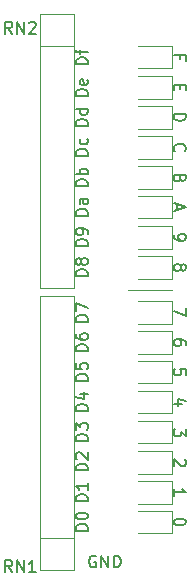
<source format=gbr>
%TF.GenerationSoftware,KiCad,Pcbnew,(5.1.9)-1*%
%TF.CreationDate,2021-02-04T07:57:01-05:00*%
%TF.ProjectId,NerdConsole_BreadBoard_BridgeMonitor16,4e657264-436f-46e7-936f-6c655f427265,rev?*%
%TF.SameCoordinates,Original*%
%TF.FileFunction,Legend,Top*%
%TF.FilePolarity,Positive*%
%FSLAX46Y46*%
G04 Gerber Fmt 4.6, Leading zero omitted, Abs format (unit mm)*
G04 Created by KiCad (PCBNEW (5.1.9)-1) date 2021-02-04 07:57:01*
%MOMM*%
%LPD*%
G01*
G04 APERTURE LIST*
%ADD10C,0.150000*%
%ADD11C,0.120000*%
G04 APERTURE END LIST*
D10*
X112988095Y-114750000D02*
X112892857Y-114702380D01*
X112750000Y-114702380D01*
X112607142Y-114750000D01*
X112511904Y-114845238D01*
X112464285Y-114940476D01*
X112416666Y-115130952D01*
X112416666Y-115273809D01*
X112464285Y-115464285D01*
X112511904Y-115559523D01*
X112607142Y-115654761D01*
X112750000Y-115702380D01*
X112845238Y-115702380D01*
X112988095Y-115654761D01*
X113035714Y-115607142D01*
X113035714Y-115273809D01*
X112845238Y-115273809D01*
X113464285Y-115702380D02*
X113464285Y-114702380D01*
X114035714Y-115702380D01*
X114035714Y-114702380D01*
X114511904Y-115702380D02*
X114511904Y-114702380D01*
X114750000Y-114702380D01*
X114892857Y-114750000D01*
X114988095Y-114845238D01*
X115035714Y-114940476D01*
X115083333Y-115130952D01*
X115083333Y-115273809D01*
X115035714Y-115464285D01*
X114988095Y-115559523D01*
X114892857Y-115654761D01*
X114750000Y-115702380D01*
X114511904Y-115702380D01*
X120121428Y-72642857D02*
X120121428Y-72309523D01*
X119597619Y-72309523D02*
X120597619Y-72309523D01*
X120597619Y-72785714D01*
X120121428Y-74835714D02*
X120121428Y-75169047D01*
X119597619Y-75311904D02*
X119597619Y-74835714D01*
X120597619Y-74835714D01*
X120597619Y-75311904D01*
X119597619Y-77338095D02*
X120597619Y-77338095D01*
X120597619Y-77576190D01*
X120550000Y-77719047D01*
X120454761Y-77814285D01*
X120359523Y-77861904D01*
X120169047Y-77909523D01*
X120026190Y-77909523D01*
X119835714Y-77861904D01*
X119740476Y-77814285D01*
X119645238Y-77719047D01*
X119597619Y-77576190D01*
X119597619Y-77338095D01*
X119692857Y-80459523D02*
X119645238Y-80411904D01*
X119597619Y-80269047D01*
X119597619Y-80173809D01*
X119645238Y-80030952D01*
X119740476Y-79935714D01*
X119835714Y-79888095D01*
X120026190Y-79840476D01*
X120169047Y-79840476D01*
X120359523Y-79888095D01*
X120454761Y-79935714D01*
X120550000Y-80030952D01*
X120597619Y-80173809D01*
X120597619Y-80269047D01*
X120550000Y-80411904D01*
X120502380Y-80459523D01*
X120121428Y-82771428D02*
X120073809Y-82914285D01*
X120026190Y-82961904D01*
X119930952Y-83009523D01*
X119788095Y-83009523D01*
X119692857Y-82961904D01*
X119645238Y-82914285D01*
X119597619Y-82819047D01*
X119597619Y-82438095D01*
X120597619Y-82438095D01*
X120597619Y-82771428D01*
X120550000Y-82866666D01*
X120502380Y-82914285D01*
X120407142Y-82961904D01*
X120311904Y-82961904D01*
X120216666Y-82914285D01*
X120169047Y-82866666D01*
X120121428Y-82771428D01*
X120121428Y-82438095D01*
X119883333Y-84961904D02*
X119883333Y-85438095D01*
X119597619Y-84866666D02*
X120597619Y-85200000D01*
X119597619Y-85533333D01*
X119597619Y-87559523D02*
X119597619Y-87750000D01*
X119645238Y-87845238D01*
X119692857Y-87892857D01*
X119835714Y-87988095D01*
X120026190Y-88035714D01*
X120407142Y-88035714D01*
X120502380Y-87988095D01*
X120550000Y-87940476D01*
X120597619Y-87845238D01*
X120597619Y-87654761D01*
X120550000Y-87559523D01*
X120502380Y-87511904D01*
X120407142Y-87464285D01*
X120169047Y-87464285D01*
X120073809Y-87511904D01*
X120026190Y-87559523D01*
X119978571Y-87654761D01*
X119978571Y-87845238D01*
X120026190Y-87940476D01*
X120073809Y-87988095D01*
X120169047Y-88035714D01*
X120169047Y-90204761D02*
X120216666Y-90109523D01*
X120264285Y-90061904D01*
X120359523Y-90014285D01*
X120407142Y-90014285D01*
X120502380Y-90061904D01*
X120550000Y-90109523D01*
X120597619Y-90204761D01*
X120597619Y-90395238D01*
X120550000Y-90490476D01*
X120502380Y-90538095D01*
X120407142Y-90585714D01*
X120359523Y-90585714D01*
X120264285Y-90538095D01*
X120216666Y-90490476D01*
X120169047Y-90395238D01*
X120169047Y-90204761D01*
X120121428Y-90109523D01*
X120073809Y-90061904D01*
X119978571Y-90014285D01*
X119788095Y-90014285D01*
X119692857Y-90061904D01*
X119645238Y-90109523D01*
X119597619Y-90204761D01*
X119597619Y-90395238D01*
X119645238Y-90490476D01*
X119692857Y-90538095D01*
X119788095Y-90585714D01*
X119978571Y-90585714D01*
X120073809Y-90538095D01*
X120121428Y-90490476D01*
X120169047Y-90395238D01*
X120597619Y-93766666D02*
X120597619Y-94433333D01*
X119597619Y-94004761D01*
X120597619Y-96840476D02*
X120597619Y-96650000D01*
X120550000Y-96554761D01*
X120502380Y-96507142D01*
X120359523Y-96411904D01*
X120169047Y-96364285D01*
X119788095Y-96364285D01*
X119692857Y-96411904D01*
X119645238Y-96459523D01*
X119597619Y-96554761D01*
X119597619Y-96745238D01*
X119645238Y-96840476D01*
X119692857Y-96888095D01*
X119788095Y-96935714D01*
X120026190Y-96935714D01*
X120121428Y-96888095D01*
X120169047Y-96840476D01*
X120216666Y-96745238D01*
X120216666Y-96554761D01*
X120169047Y-96459523D01*
X120121428Y-96411904D01*
X120026190Y-96364285D01*
X120597619Y-99388095D02*
X120597619Y-98911904D01*
X120121428Y-98864285D01*
X120169047Y-98911904D01*
X120216666Y-99007142D01*
X120216666Y-99245238D01*
X120169047Y-99340476D01*
X120121428Y-99388095D01*
X120026190Y-99435714D01*
X119788095Y-99435714D01*
X119692857Y-99388095D01*
X119645238Y-99340476D01*
X119597619Y-99245238D01*
X119597619Y-99007142D01*
X119645238Y-98911904D01*
X119692857Y-98864285D01*
X120264285Y-101890476D02*
X119597619Y-101890476D01*
X120645238Y-101652380D02*
X119930952Y-101414285D01*
X119930952Y-102033333D01*
X120597619Y-103966666D02*
X120597619Y-104585714D01*
X120216666Y-104252380D01*
X120216666Y-104395238D01*
X120169047Y-104490476D01*
X120121428Y-104538095D01*
X120026190Y-104585714D01*
X119788095Y-104585714D01*
X119692857Y-104538095D01*
X119645238Y-104490476D01*
X119597619Y-104395238D01*
X119597619Y-104109523D01*
X119645238Y-104014285D01*
X119692857Y-103966666D01*
X120502380Y-106564285D02*
X120550000Y-106611904D01*
X120597619Y-106707142D01*
X120597619Y-106945238D01*
X120550000Y-107040476D01*
X120502380Y-107088095D01*
X120407142Y-107135714D01*
X120311904Y-107135714D01*
X120169047Y-107088095D01*
X119597619Y-106516666D01*
X119597619Y-107135714D01*
X119597619Y-109635714D02*
X119597619Y-109064285D01*
X119597619Y-109350000D02*
X120597619Y-109350000D01*
X120454761Y-109254761D01*
X120359523Y-109159523D01*
X120311904Y-109064285D01*
X120597619Y-111802380D02*
X120597619Y-111897619D01*
X120550000Y-111992857D01*
X120502380Y-112040476D01*
X120407142Y-112088095D01*
X120216666Y-112135714D01*
X119978571Y-112135714D01*
X119788095Y-112088095D01*
X119692857Y-112040476D01*
X119645238Y-111992857D01*
X119597619Y-111897619D01*
X119597619Y-111802380D01*
X119645238Y-111707142D01*
X119692857Y-111659523D01*
X119788095Y-111611904D01*
X119978571Y-111564285D01*
X120216666Y-111564285D01*
X120407142Y-111611904D01*
X120502380Y-111659523D01*
X120550000Y-111707142D01*
X120597619Y-111802380D01*
D11*
X115750000Y-92250000D02*
X119400000Y-92250000D01*
%TO.C,D0*%
X119410000Y-110890000D02*
X116550000Y-110890000D01*
X119410000Y-112810000D02*
X119410000Y-110890000D01*
X116550000Y-112810000D02*
X119410000Y-112810000D01*
%TO.C,D1*%
X116550000Y-110310000D02*
X119410000Y-110310000D01*
X119410000Y-110310000D02*
X119410000Y-108390000D01*
X119410000Y-108390000D02*
X116550000Y-108390000D01*
%TO.C,D2*%
X119410000Y-105840000D02*
X116550000Y-105840000D01*
X119410000Y-107760000D02*
X119410000Y-105840000D01*
X116550000Y-107760000D02*
X119410000Y-107760000D01*
%TO.C,D3*%
X116550000Y-105210000D02*
X119410000Y-105210000D01*
X119410000Y-105210000D02*
X119410000Y-103290000D01*
X119410000Y-103290000D02*
X116550000Y-103290000D01*
%TO.C,D4*%
X119410000Y-100740000D02*
X116550000Y-100740000D01*
X119410000Y-102660000D02*
X119410000Y-100740000D01*
X116550000Y-102660000D02*
X119410000Y-102660000D01*
%TO.C,D5*%
X116550000Y-100110000D02*
X119410000Y-100110000D01*
X119410000Y-100110000D02*
X119410000Y-98190000D01*
X119410000Y-98190000D02*
X116550000Y-98190000D01*
%TO.C,D6*%
X116550000Y-97610000D02*
X119410000Y-97610000D01*
X119410000Y-97610000D02*
X119410000Y-95690000D01*
X119410000Y-95690000D02*
X116550000Y-95690000D01*
%TO.C,D7*%
X119410000Y-93140000D02*
X116550000Y-93140000D01*
X119410000Y-95060000D02*
X119410000Y-93140000D01*
X116550000Y-95060000D02*
X119410000Y-95060000D01*
%TO.C,D8*%
X116550000Y-91260000D02*
X119410000Y-91260000D01*
X119410000Y-91260000D02*
X119410000Y-89340000D01*
X119410000Y-89340000D02*
X116550000Y-89340000D01*
%TO.C,D9*%
X119410000Y-86790000D02*
X116550000Y-86790000D01*
X119410000Y-88710000D02*
X119410000Y-86790000D01*
X116550000Y-88710000D02*
X119410000Y-88710000D01*
%TO.C,Da*%
X116550000Y-86160000D02*
X119410000Y-86160000D01*
X119410000Y-86160000D02*
X119410000Y-84240000D01*
X119410000Y-84240000D02*
X116550000Y-84240000D01*
%TO.C,Db*%
X119410000Y-81740000D02*
X116550000Y-81740000D01*
X119410000Y-83660000D02*
X119410000Y-81740000D01*
X116550000Y-83660000D02*
X119410000Y-83660000D01*
%TO.C,Dc*%
X116550000Y-81110000D02*
X119410000Y-81110000D01*
X119410000Y-81110000D02*
X119410000Y-79190000D01*
X119410000Y-79190000D02*
X116550000Y-79190000D01*
%TO.C,Dd*%
X119410000Y-76640000D02*
X116550000Y-76640000D01*
X119410000Y-78560000D02*
X119410000Y-76640000D01*
X116550000Y-78560000D02*
X119410000Y-78560000D01*
%TO.C,De*%
X116550000Y-76010000D02*
X119410000Y-76010000D01*
X119410000Y-76010000D02*
X119410000Y-74090000D01*
X119410000Y-74090000D02*
X116550000Y-74090000D01*
%TO.C,Df*%
X119410000Y-71540000D02*
X116550000Y-71540000D01*
X119410000Y-73460000D02*
X119410000Y-71540000D01*
X116550000Y-73460000D02*
X119410000Y-73460000D01*
%TO.C,RN1*%
X108300000Y-115890000D02*
X111100000Y-115890000D01*
X111100000Y-115890000D02*
X111100000Y-92690000D01*
X111100000Y-92690000D02*
X108300000Y-92690000D01*
X108300000Y-92690000D02*
X108300000Y-115890000D01*
X108300000Y-113180000D02*
X111100000Y-113180000D01*
%TO.C,RN2*%
X111100000Y-71570000D02*
X108300000Y-71570000D01*
X111100000Y-92060000D02*
X111100000Y-68860000D01*
X108300000Y-92060000D02*
X111100000Y-92060000D01*
X108300000Y-68860000D02*
X108300000Y-92060000D01*
X111100000Y-68860000D02*
X108300000Y-68860000D01*
%TO.C,D0*%
D10*
X112302380Y-112588095D02*
X111302380Y-112588095D01*
X111302380Y-112350000D01*
X111350000Y-112207142D01*
X111445238Y-112111904D01*
X111540476Y-112064285D01*
X111730952Y-112016666D01*
X111873809Y-112016666D01*
X112064285Y-112064285D01*
X112159523Y-112111904D01*
X112254761Y-112207142D01*
X112302380Y-112350000D01*
X112302380Y-112588095D01*
X111302380Y-111397619D02*
X111302380Y-111302380D01*
X111350000Y-111207142D01*
X111397619Y-111159523D01*
X111492857Y-111111904D01*
X111683333Y-111064285D01*
X111921428Y-111064285D01*
X112111904Y-111111904D01*
X112207142Y-111159523D01*
X112254761Y-111207142D01*
X112302380Y-111302380D01*
X112302380Y-111397619D01*
X112254761Y-111492857D01*
X112207142Y-111540476D01*
X112111904Y-111588095D01*
X111921428Y-111635714D01*
X111683333Y-111635714D01*
X111492857Y-111588095D01*
X111397619Y-111540476D01*
X111350000Y-111492857D01*
X111302380Y-111397619D01*
%TO.C,D1*%
X112302380Y-110088095D02*
X111302380Y-110088095D01*
X111302380Y-109850000D01*
X111350000Y-109707142D01*
X111445238Y-109611904D01*
X111540476Y-109564285D01*
X111730952Y-109516666D01*
X111873809Y-109516666D01*
X112064285Y-109564285D01*
X112159523Y-109611904D01*
X112254761Y-109707142D01*
X112302380Y-109850000D01*
X112302380Y-110088095D01*
X112302380Y-108564285D02*
X112302380Y-109135714D01*
X112302380Y-108850000D02*
X111302380Y-108850000D01*
X111445238Y-108945238D01*
X111540476Y-109040476D01*
X111588095Y-109135714D01*
%TO.C,D2*%
X112302380Y-107488095D02*
X111302380Y-107488095D01*
X111302380Y-107250000D01*
X111350000Y-107107142D01*
X111445238Y-107011904D01*
X111540476Y-106964285D01*
X111730952Y-106916666D01*
X111873809Y-106916666D01*
X112064285Y-106964285D01*
X112159523Y-107011904D01*
X112254761Y-107107142D01*
X112302380Y-107250000D01*
X112302380Y-107488095D01*
X111397619Y-106535714D02*
X111350000Y-106488095D01*
X111302380Y-106392857D01*
X111302380Y-106154761D01*
X111350000Y-106059523D01*
X111397619Y-106011904D01*
X111492857Y-105964285D01*
X111588095Y-105964285D01*
X111730952Y-106011904D01*
X112302380Y-106583333D01*
X112302380Y-105964285D01*
%TO.C,D3*%
X112302380Y-104988095D02*
X111302380Y-104988095D01*
X111302380Y-104750000D01*
X111350000Y-104607142D01*
X111445238Y-104511904D01*
X111540476Y-104464285D01*
X111730952Y-104416666D01*
X111873809Y-104416666D01*
X112064285Y-104464285D01*
X112159523Y-104511904D01*
X112254761Y-104607142D01*
X112302380Y-104750000D01*
X112302380Y-104988095D01*
X111302380Y-104083333D02*
X111302380Y-103464285D01*
X111683333Y-103797619D01*
X111683333Y-103654761D01*
X111730952Y-103559523D01*
X111778571Y-103511904D01*
X111873809Y-103464285D01*
X112111904Y-103464285D01*
X112207142Y-103511904D01*
X112254761Y-103559523D01*
X112302380Y-103654761D01*
X112302380Y-103940476D01*
X112254761Y-104035714D01*
X112207142Y-104083333D01*
%TO.C,D4*%
X112302380Y-102438095D02*
X111302380Y-102438095D01*
X111302380Y-102200000D01*
X111350000Y-102057142D01*
X111445238Y-101961904D01*
X111540476Y-101914285D01*
X111730952Y-101866666D01*
X111873809Y-101866666D01*
X112064285Y-101914285D01*
X112159523Y-101961904D01*
X112254761Y-102057142D01*
X112302380Y-102200000D01*
X112302380Y-102438095D01*
X111635714Y-101009523D02*
X112302380Y-101009523D01*
X111254761Y-101247619D02*
X111969047Y-101485714D01*
X111969047Y-100866666D01*
%TO.C,D5*%
X112302380Y-99888095D02*
X111302380Y-99888095D01*
X111302380Y-99650000D01*
X111350000Y-99507142D01*
X111445238Y-99411904D01*
X111540476Y-99364285D01*
X111730952Y-99316666D01*
X111873809Y-99316666D01*
X112064285Y-99364285D01*
X112159523Y-99411904D01*
X112254761Y-99507142D01*
X112302380Y-99650000D01*
X112302380Y-99888095D01*
X111302380Y-98411904D02*
X111302380Y-98888095D01*
X111778571Y-98935714D01*
X111730952Y-98888095D01*
X111683333Y-98792857D01*
X111683333Y-98554761D01*
X111730952Y-98459523D01*
X111778571Y-98411904D01*
X111873809Y-98364285D01*
X112111904Y-98364285D01*
X112207142Y-98411904D01*
X112254761Y-98459523D01*
X112302380Y-98554761D01*
X112302380Y-98792857D01*
X112254761Y-98888095D01*
X112207142Y-98935714D01*
%TO.C,D6*%
X112302380Y-97388095D02*
X111302380Y-97388095D01*
X111302380Y-97150000D01*
X111350000Y-97007142D01*
X111445238Y-96911904D01*
X111540476Y-96864285D01*
X111730952Y-96816666D01*
X111873809Y-96816666D01*
X112064285Y-96864285D01*
X112159523Y-96911904D01*
X112254761Y-97007142D01*
X112302380Y-97150000D01*
X112302380Y-97388095D01*
X111302380Y-95959523D02*
X111302380Y-96150000D01*
X111350000Y-96245238D01*
X111397619Y-96292857D01*
X111540476Y-96388095D01*
X111730952Y-96435714D01*
X112111904Y-96435714D01*
X112207142Y-96388095D01*
X112254761Y-96340476D01*
X112302380Y-96245238D01*
X112302380Y-96054761D01*
X112254761Y-95959523D01*
X112207142Y-95911904D01*
X112111904Y-95864285D01*
X111873809Y-95864285D01*
X111778571Y-95911904D01*
X111730952Y-95959523D01*
X111683333Y-96054761D01*
X111683333Y-96245238D01*
X111730952Y-96340476D01*
X111778571Y-96388095D01*
X111873809Y-96435714D01*
%TO.C,D7*%
X112302380Y-94888095D02*
X111302380Y-94888095D01*
X111302380Y-94650000D01*
X111350000Y-94507142D01*
X111445238Y-94411904D01*
X111540476Y-94364285D01*
X111730952Y-94316666D01*
X111873809Y-94316666D01*
X112064285Y-94364285D01*
X112159523Y-94411904D01*
X112254761Y-94507142D01*
X112302380Y-94650000D01*
X112302380Y-94888095D01*
X111302380Y-93983333D02*
X111302380Y-93316666D01*
X112302380Y-93745238D01*
%TO.C,D8*%
X112302380Y-91038095D02*
X111302380Y-91038095D01*
X111302380Y-90800000D01*
X111350000Y-90657142D01*
X111445238Y-90561904D01*
X111540476Y-90514285D01*
X111730952Y-90466666D01*
X111873809Y-90466666D01*
X112064285Y-90514285D01*
X112159523Y-90561904D01*
X112254761Y-90657142D01*
X112302380Y-90800000D01*
X112302380Y-91038095D01*
X111730952Y-89895238D02*
X111683333Y-89990476D01*
X111635714Y-90038095D01*
X111540476Y-90085714D01*
X111492857Y-90085714D01*
X111397619Y-90038095D01*
X111350000Y-89990476D01*
X111302380Y-89895238D01*
X111302380Y-89704761D01*
X111350000Y-89609523D01*
X111397619Y-89561904D01*
X111492857Y-89514285D01*
X111540476Y-89514285D01*
X111635714Y-89561904D01*
X111683333Y-89609523D01*
X111730952Y-89704761D01*
X111730952Y-89895238D01*
X111778571Y-89990476D01*
X111826190Y-90038095D01*
X111921428Y-90085714D01*
X112111904Y-90085714D01*
X112207142Y-90038095D01*
X112254761Y-89990476D01*
X112302380Y-89895238D01*
X112302380Y-89704761D01*
X112254761Y-89609523D01*
X112207142Y-89561904D01*
X112111904Y-89514285D01*
X111921428Y-89514285D01*
X111826190Y-89561904D01*
X111778571Y-89609523D01*
X111730952Y-89704761D01*
%TO.C,D9*%
X112302380Y-88488095D02*
X111302380Y-88488095D01*
X111302380Y-88250000D01*
X111350000Y-88107142D01*
X111445238Y-88011904D01*
X111540476Y-87964285D01*
X111730952Y-87916666D01*
X111873809Y-87916666D01*
X112064285Y-87964285D01*
X112159523Y-88011904D01*
X112254761Y-88107142D01*
X112302380Y-88250000D01*
X112302380Y-88488095D01*
X112302380Y-87440476D02*
X112302380Y-87250000D01*
X112254761Y-87154761D01*
X112207142Y-87107142D01*
X112064285Y-87011904D01*
X111873809Y-86964285D01*
X111492857Y-86964285D01*
X111397619Y-87011904D01*
X111350000Y-87059523D01*
X111302380Y-87154761D01*
X111302380Y-87345238D01*
X111350000Y-87440476D01*
X111397619Y-87488095D01*
X111492857Y-87535714D01*
X111730952Y-87535714D01*
X111826190Y-87488095D01*
X111873809Y-87440476D01*
X111921428Y-87345238D01*
X111921428Y-87154761D01*
X111873809Y-87059523D01*
X111826190Y-87011904D01*
X111730952Y-86964285D01*
%TO.C,Da*%
X112302380Y-85914285D02*
X111302380Y-85914285D01*
X111302380Y-85676190D01*
X111350000Y-85533333D01*
X111445238Y-85438095D01*
X111540476Y-85390476D01*
X111730952Y-85342857D01*
X111873809Y-85342857D01*
X112064285Y-85390476D01*
X112159523Y-85438095D01*
X112254761Y-85533333D01*
X112302380Y-85676190D01*
X112302380Y-85914285D01*
X112302380Y-84485714D02*
X111778571Y-84485714D01*
X111683333Y-84533333D01*
X111635714Y-84628571D01*
X111635714Y-84819047D01*
X111683333Y-84914285D01*
X112254761Y-84485714D02*
X112302380Y-84580952D01*
X112302380Y-84819047D01*
X112254761Y-84914285D01*
X112159523Y-84961904D01*
X112064285Y-84961904D01*
X111969047Y-84914285D01*
X111921428Y-84819047D01*
X111921428Y-84580952D01*
X111873809Y-84485714D01*
%TO.C,Db*%
X112302380Y-83414285D02*
X111302380Y-83414285D01*
X111302380Y-83176190D01*
X111350000Y-83033333D01*
X111445238Y-82938095D01*
X111540476Y-82890476D01*
X111730952Y-82842857D01*
X111873809Y-82842857D01*
X112064285Y-82890476D01*
X112159523Y-82938095D01*
X112254761Y-83033333D01*
X112302380Y-83176190D01*
X112302380Y-83414285D01*
X112302380Y-82414285D02*
X111302380Y-82414285D01*
X111683333Y-82414285D02*
X111635714Y-82319047D01*
X111635714Y-82128571D01*
X111683333Y-82033333D01*
X111730952Y-81985714D01*
X111826190Y-81938095D01*
X112111904Y-81938095D01*
X112207142Y-81985714D01*
X112254761Y-82033333D01*
X112302380Y-82128571D01*
X112302380Y-82319047D01*
X112254761Y-82414285D01*
%TO.C,Dc*%
X112302380Y-80840476D02*
X111302380Y-80840476D01*
X111302380Y-80602380D01*
X111350000Y-80459523D01*
X111445238Y-80364285D01*
X111540476Y-80316666D01*
X111730952Y-80269047D01*
X111873809Y-80269047D01*
X112064285Y-80316666D01*
X112159523Y-80364285D01*
X112254761Y-80459523D01*
X112302380Y-80602380D01*
X112302380Y-80840476D01*
X112254761Y-79411904D02*
X112302380Y-79507142D01*
X112302380Y-79697619D01*
X112254761Y-79792857D01*
X112207142Y-79840476D01*
X112111904Y-79888095D01*
X111826190Y-79888095D01*
X111730952Y-79840476D01*
X111683333Y-79792857D01*
X111635714Y-79697619D01*
X111635714Y-79507142D01*
X111683333Y-79411904D01*
%TO.C,Dd*%
X112302380Y-78314285D02*
X111302380Y-78314285D01*
X111302380Y-78076190D01*
X111350000Y-77933333D01*
X111445238Y-77838095D01*
X111540476Y-77790476D01*
X111730952Y-77742857D01*
X111873809Y-77742857D01*
X112064285Y-77790476D01*
X112159523Y-77838095D01*
X112254761Y-77933333D01*
X112302380Y-78076190D01*
X112302380Y-78314285D01*
X112302380Y-76885714D02*
X111302380Y-76885714D01*
X112254761Y-76885714D02*
X112302380Y-76980952D01*
X112302380Y-77171428D01*
X112254761Y-77266666D01*
X112207142Y-77314285D01*
X112111904Y-77361904D01*
X111826190Y-77361904D01*
X111730952Y-77314285D01*
X111683333Y-77266666D01*
X111635714Y-77171428D01*
X111635714Y-76980952D01*
X111683333Y-76885714D01*
%TO.C,De*%
X112302380Y-75790476D02*
X111302380Y-75790476D01*
X111302380Y-75552380D01*
X111350000Y-75409523D01*
X111445238Y-75314285D01*
X111540476Y-75266666D01*
X111730952Y-75219047D01*
X111873809Y-75219047D01*
X112064285Y-75266666D01*
X112159523Y-75314285D01*
X112254761Y-75409523D01*
X112302380Y-75552380D01*
X112302380Y-75790476D01*
X112254761Y-74409523D02*
X112302380Y-74504761D01*
X112302380Y-74695238D01*
X112254761Y-74790476D01*
X112159523Y-74838095D01*
X111778571Y-74838095D01*
X111683333Y-74790476D01*
X111635714Y-74695238D01*
X111635714Y-74504761D01*
X111683333Y-74409523D01*
X111778571Y-74361904D01*
X111873809Y-74361904D01*
X111969047Y-74838095D01*
%TO.C,Df*%
X112302380Y-73097619D02*
X111302380Y-73097619D01*
X111302380Y-72859523D01*
X111350000Y-72716666D01*
X111445238Y-72621428D01*
X111540476Y-72573809D01*
X111730952Y-72526190D01*
X111873809Y-72526190D01*
X112064285Y-72573809D01*
X112159523Y-72621428D01*
X112254761Y-72716666D01*
X112302380Y-72859523D01*
X112302380Y-73097619D01*
X111635714Y-72240476D02*
X111635714Y-71859523D01*
X112302380Y-72097619D02*
X111445238Y-72097619D01*
X111350000Y-72050000D01*
X111302380Y-71954761D01*
X111302380Y-71859523D01*
%TO.C,RN1*%
X105909523Y-116102380D02*
X105576190Y-115626190D01*
X105338095Y-116102380D02*
X105338095Y-115102380D01*
X105719047Y-115102380D01*
X105814285Y-115150000D01*
X105861904Y-115197619D01*
X105909523Y-115292857D01*
X105909523Y-115435714D01*
X105861904Y-115530952D01*
X105814285Y-115578571D01*
X105719047Y-115626190D01*
X105338095Y-115626190D01*
X106338095Y-116102380D02*
X106338095Y-115102380D01*
X106909523Y-116102380D01*
X106909523Y-115102380D01*
X107909523Y-116102380D02*
X107338095Y-116102380D01*
X107623809Y-116102380D02*
X107623809Y-115102380D01*
X107528571Y-115245238D01*
X107433333Y-115340476D01*
X107338095Y-115388095D01*
%TO.C,RN2*%
X105909523Y-70502380D02*
X105576190Y-70026190D01*
X105338095Y-70502380D02*
X105338095Y-69502380D01*
X105719047Y-69502380D01*
X105814285Y-69550000D01*
X105861904Y-69597619D01*
X105909523Y-69692857D01*
X105909523Y-69835714D01*
X105861904Y-69930952D01*
X105814285Y-69978571D01*
X105719047Y-70026190D01*
X105338095Y-70026190D01*
X106338095Y-70502380D02*
X106338095Y-69502380D01*
X106909523Y-70502380D01*
X106909523Y-69502380D01*
X107338095Y-69597619D02*
X107385714Y-69550000D01*
X107480952Y-69502380D01*
X107719047Y-69502380D01*
X107814285Y-69550000D01*
X107861904Y-69597619D01*
X107909523Y-69692857D01*
X107909523Y-69788095D01*
X107861904Y-69930952D01*
X107290476Y-70502380D01*
X107909523Y-70502380D01*
%TD*%
M02*

</source>
